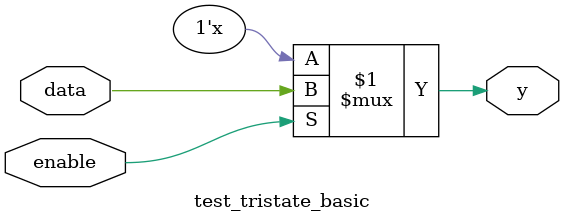
<source format=v>

module test_tristate_basic(
  input data,
  input enable,
  output y
);
  bufif1 buf1(y, data, enable);  // Buffer with active-high enable
endmodule

</source>
